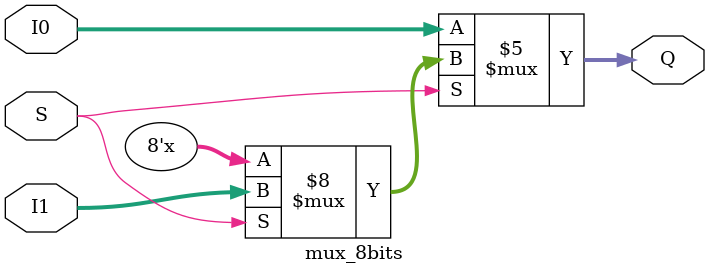
<source format=v>
`timescale 1ns / 1ps


module mux_8bits(I0,I1,S,Q );

input [7:0] I0,I1;
input S;
output reg [7:0] Q;
      always @(I0,I1,S)
         begin 
           if (S==1) 
             begin
             Q=I1;
           end
           
            if(S==0)
              begin 
                Q=I0;
               end 
   end 
endmodule

</source>
